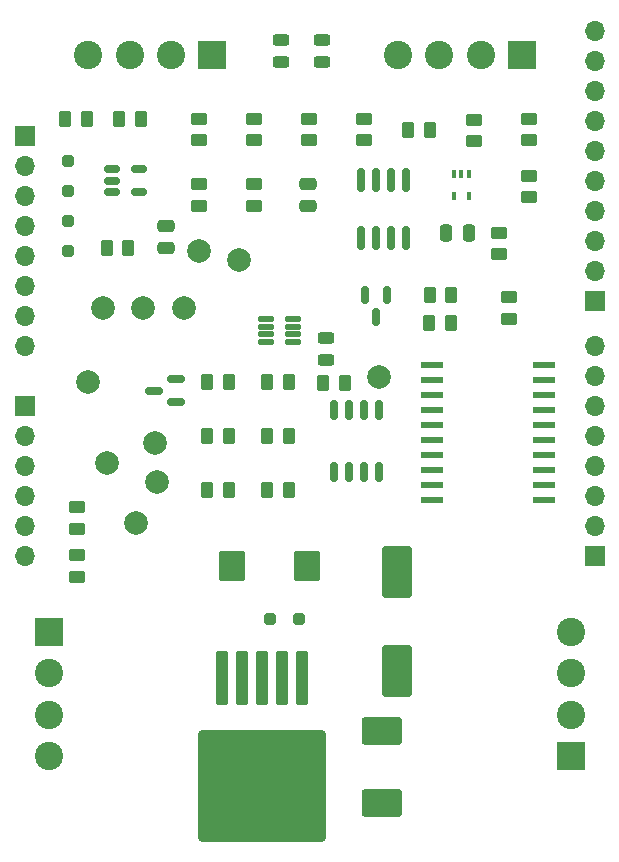
<source format=gts>
G04 #@! TF.GenerationSoftware,KiCad,Pcbnew,7.0.10*
G04 #@! TF.CreationDate,2024-03-17T21:58:49+02:00*
G04 #@! TF.ProjectId,MasterShield,4d617374-6572-4536-9869-656c642e6b69,rev?*
G04 #@! TF.SameCoordinates,Original*
G04 #@! TF.FileFunction,Soldermask,Top*
G04 #@! TF.FilePolarity,Negative*
%FSLAX46Y46*%
G04 Gerber Fmt 4.6, Leading zero omitted, Abs format (unit mm)*
G04 Created by KiCad (PCBNEW 7.0.10) date 2024-03-17 21:58:49*
%MOMM*%
%LPD*%
G01*
G04 APERTURE LIST*
G04 Aperture macros list*
%AMRoundRect*
0 Rectangle with rounded corners*
0 $1 Rounding radius*
0 $2 $3 $4 $5 $6 $7 $8 $9 X,Y pos of 4 corners*
0 Add a 4 corners polygon primitive as box body*
4,1,4,$2,$3,$4,$5,$6,$7,$8,$9,$2,$3,0*
0 Add four circle primitives for the rounded corners*
1,1,$1+$1,$2,$3*
1,1,$1+$1,$4,$5*
1,1,$1+$1,$6,$7*
1,1,$1+$1,$8,$9*
0 Add four rect primitives between the rounded corners*
20,1,$1+$1,$2,$3,$4,$5,0*
20,1,$1+$1,$4,$5,$6,$7,0*
20,1,$1+$1,$6,$7,$8,$9,0*
20,1,$1+$1,$8,$9,$2,$3,0*%
G04 Aperture macros list end*
%ADD10RoundRect,0.250000X0.262500X0.450000X-0.262500X0.450000X-0.262500X-0.450000X0.262500X-0.450000X0*%
%ADD11RoundRect,0.250000X-0.875000X-1.025000X0.875000X-1.025000X0.875000X1.025000X-0.875000X1.025000X0*%
%ADD12RoundRect,0.250000X0.450000X-0.262500X0.450000X0.262500X-0.450000X0.262500X-0.450000X-0.262500X0*%
%ADD13RoundRect,0.250000X-0.262500X-0.450000X0.262500X-0.450000X0.262500X0.450000X-0.262500X0.450000X0*%
%ADD14RoundRect,0.250000X0.250000X-0.250000X0.250000X0.250000X-0.250000X0.250000X-0.250000X-0.250000X0*%
%ADD15R,2.400000X2.400000*%
%ADD16C,2.400000*%
%ADD17C,2.000000*%
%ADD18RoundRect,0.250000X-0.450000X0.262500X-0.450000X-0.262500X0.450000X-0.262500X0.450000X0.262500X0*%
%ADD19RoundRect,0.250000X-0.250000X-0.250000X0.250000X-0.250000X0.250000X0.250000X-0.250000X0.250000X0*%
%ADD20RoundRect,0.150000X0.150000X-0.675000X0.150000X0.675000X-0.150000X0.675000X-0.150000X-0.675000X0*%
%ADD21R,0.400000X0.650000*%
%ADD22RoundRect,0.250000X-0.475000X0.250000X-0.475000X-0.250000X0.475000X-0.250000X0.475000X0.250000X0*%
%ADD23RoundRect,0.243750X0.456250X-0.243750X0.456250X0.243750X-0.456250X0.243750X-0.456250X-0.243750X0*%
%ADD24RoundRect,0.150000X-0.150000X0.587500X-0.150000X-0.587500X0.150000X-0.587500X0.150000X0.587500X0*%
%ADD25RoundRect,0.150000X-0.512500X-0.150000X0.512500X-0.150000X0.512500X0.150000X-0.512500X0.150000X0*%
%ADD26RoundRect,0.250000X0.250000X0.475000X-0.250000X0.475000X-0.250000X-0.475000X0.250000X-0.475000X0*%
%ADD27R,1.950000X0.550000*%
%ADD28RoundRect,0.250000X-0.300000X2.050000X-0.300000X-2.050000X0.300000X-2.050000X0.300000X2.050000X0*%
%ADD29RoundRect,0.250002X-5.149998X4.449998X-5.149998X-4.449998X5.149998X-4.449998X5.149998X4.449998X0*%
%ADD30RoundRect,0.250000X1.000000X-1.950000X1.000000X1.950000X-1.000000X1.950000X-1.000000X-1.950000X0*%
%ADD31RoundRect,0.150000X0.587500X0.150000X-0.587500X0.150000X-0.587500X-0.150000X0.587500X-0.150000X0*%
%ADD32RoundRect,0.243750X-0.456250X0.243750X-0.456250X-0.243750X0.456250X-0.243750X0.456250X0.243750X0*%
%ADD33RoundRect,0.150000X0.150000X-0.825000X0.150000X0.825000X-0.150000X0.825000X-0.150000X-0.825000X0*%
%ADD34RoundRect,0.235000X1.465000X-0.940000X1.465000X0.940000X-1.465000X0.940000X-1.465000X-0.940000X0*%
%ADD35RoundRect,0.125000X-0.537500X-0.125000X0.537500X-0.125000X0.537500X0.125000X-0.537500X0.125000X0*%
%ADD36R,1.700000X1.700000*%
%ADD37O,1.700000X1.700000*%
G04 APERTURE END LIST*
D10*
X208459500Y-64643000D03*
X206634500Y-64643000D03*
X225552000Y-96012000D03*
X223727000Y-96012000D03*
D11*
X220701000Y-102489000D03*
X227101000Y-102489000D03*
D12*
X245872000Y-71270500D03*
X245872000Y-69445500D03*
X207645000Y-103378000D03*
X207645000Y-101553000D03*
D10*
X230298000Y-86995000D03*
X228473000Y-86995000D03*
D13*
X210138000Y-75565000D03*
X211963000Y-75565000D03*
D14*
X206888500Y-75779000D03*
X206888500Y-73279000D03*
D12*
X231893856Y-66444500D03*
X231893856Y-64619500D03*
D13*
X211183000Y-64643000D03*
X213008000Y-64643000D03*
D15*
X245308000Y-59182000D03*
D16*
X241808000Y-59182000D03*
X238308000Y-59182000D03*
X234808000Y-59182000D03*
D17*
X210185000Y-93726000D03*
D10*
X239291500Y-79502000D03*
X237466500Y-79502000D03*
D17*
X221361000Y-76581000D03*
D18*
X217932000Y-64596000D03*
X217932000Y-66421000D03*
D13*
X218647000Y-91440000D03*
X220472000Y-91440000D03*
D17*
X212598000Y-98806000D03*
D19*
X223921000Y-106934000D03*
X226421000Y-106934000D03*
D20*
X229362000Y-94531000D03*
X230632000Y-94531000D03*
X231902000Y-94531000D03*
X233172000Y-94531000D03*
X233172000Y-89281000D03*
X231902000Y-89281000D03*
X230632000Y-89281000D03*
X229362000Y-89281000D03*
D21*
X240807000Y-69281000D03*
X240157000Y-69281000D03*
X239507000Y-69281000D03*
X239507000Y-71181000D03*
X240807000Y-71181000D03*
D17*
X213233000Y-80645000D03*
D22*
X215138000Y-73660000D03*
X215138000Y-75560000D03*
D13*
X235646570Y-65532000D03*
X237471570Y-65532000D03*
D10*
X225552000Y-91440000D03*
X223727000Y-91440000D03*
D12*
X217932000Y-71971500D03*
X217932000Y-70146500D03*
D17*
X208534000Y-86868000D03*
D23*
X228346000Y-59817000D03*
X228346000Y-57942000D03*
D17*
X214376000Y-95377000D03*
D18*
X222578666Y-70146500D03*
X222578666Y-71971500D03*
D24*
X233868000Y-79532000D03*
X231968000Y-79532000D03*
X232918000Y-81407000D03*
D15*
X219090000Y-59182000D03*
D16*
X215590000Y-59182000D03*
X212090000Y-59182000D03*
X208590000Y-59182000D03*
D25*
X210571500Y-68900000D03*
X210571500Y-69850000D03*
X210571500Y-70800000D03*
X212846500Y-70800000D03*
X212846500Y-68900000D03*
D15*
X205232000Y-108077000D03*
D16*
X205232000Y-111577000D03*
X205232000Y-115077000D03*
X205232000Y-118577000D03*
D26*
X240792000Y-74295000D03*
X238892000Y-74295000D03*
D18*
X222578666Y-64596000D03*
X222578666Y-66421000D03*
D12*
X244221000Y-81534000D03*
X244221000Y-79709000D03*
D23*
X224917000Y-59817000D03*
X224917000Y-57942000D03*
D17*
X214249000Y-92075000D03*
D27*
X247193000Y-96901000D03*
X247193000Y-95631000D03*
X247193000Y-94361000D03*
X247193000Y-93091000D03*
X247193000Y-91821000D03*
X247193000Y-90551000D03*
X247193000Y-89281000D03*
X247193000Y-88011000D03*
X247193000Y-86741000D03*
X247193000Y-85471000D03*
X237693000Y-85471000D03*
X237693000Y-86741000D03*
X237693000Y-88011000D03*
X237693000Y-89281000D03*
X237693000Y-90551000D03*
X237693000Y-91821000D03*
X237693000Y-93091000D03*
X237693000Y-94361000D03*
X237693000Y-95631000D03*
X237693000Y-96901000D03*
D10*
X220472000Y-86868000D03*
X218647000Y-86868000D03*
D18*
X243332000Y-74248000D03*
X243332000Y-76073000D03*
D17*
X209804000Y-80645000D03*
X216662000Y-80645000D03*
D28*
X226666000Y-111954000D03*
X224966000Y-111954000D03*
X223266000Y-111954000D03*
D29*
X223266000Y-121104000D03*
D28*
X221566000Y-111954000D03*
X219866000Y-111954000D03*
D17*
X217932000Y-75819000D03*
D15*
X249478800Y-118577000D03*
D16*
X249478800Y-115077000D03*
X249478800Y-111577000D03*
X249478800Y-108077000D03*
D18*
X241274600Y-64697600D03*
X241274600Y-66522600D03*
D12*
X245889500Y-66444500D03*
X245889500Y-64619500D03*
D22*
X227203000Y-70109000D03*
X227203000Y-72009000D03*
D14*
X206888500Y-70719000D03*
X206888500Y-68219000D03*
D30*
X234696000Y-111379000D03*
X234696000Y-102979000D03*
D31*
X215997000Y-88580000D03*
X215997000Y-86680000D03*
X214122000Y-87630000D03*
D10*
X239268000Y-81915000D03*
X237443000Y-81915000D03*
D12*
X207645000Y-99314000D03*
X207645000Y-97489000D03*
D32*
X228727000Y-83185000D03*
X228727000Y-85060000D03*
D10*
X220472000Y-96012000D03*
X218647000Y-96012000D03*
D33*
X231648000Y-74738000D03*
X232918000Y-74738000D03*
X234188000Y-74738000D03*
X235458000Y-74738000D03*
X235458000Y-69788000D03*
X234188000Y-69788000D03*
X232918000Y-69788000D03*
X231648000Y-69788000D03*
D18*
X227228642Y-64619500D03*
X227228642Y-66444500D03*
D34*
X233426000Y-122509000D03*
X233426000Y-116459000D03*
D13*
X223727000Y-86868000D03*
X225552000Y-86868000D03*
D35*
X223652500Y-81575000D03*
X223652500Y-82225000D03*
X223652500Y-82875000D03*
X223652500Y-83525000D03*
X225927500Y-83525000D03*
X225927500Y-82875000D03*
X225927500Y-82225000D03*
X225927500Y-81575000D03*
D17*
X233172000Y-86487000D03*
D36*
X251460000Y-101600000D03*
D37*
X251460000Y-99060000D03*
X251460000Y-96520000D03*
X251460000Y-93980000D03*
X251460000Y-91440000D03*
X251460000Y-88900000D03*
X251460000Y-86360000D03*
X251460000Y-83820000D03*
D36*
X251460000Y-80010000D03*
D37*
X251460000Y-77470000D03*
X251460000Y-74930000D03*
X251460000Y-72390000D03*
X251460000Y-69850000D03*
X251460000Y-67310000D03*
X251460000Y-64770000D03*
X251460000Y-62230000D03*
X251460000Y-59690000D03*
X251460000Y-57150000D03*
D36*
X203200000Y-88900000D03*
D37*
X203200000Y-91440000D03*
X203200000Y-93980000D03*
X203200000Y-96520000D03*
X203200000Y-99060000D03*
X203200000Y-101600000D03*
D36*
X203200000Y-66040000D03*
D37*
X203200000Y-68580000D03*
X203200000Y-71120000D03*
X203200000Y-73660000D03*
X203200000Y-76200000D03*
X203200000Y-78740000D03*
X203200000Y-81280000D03*
X203200000Y-83820000D03*
M02*

</source>
